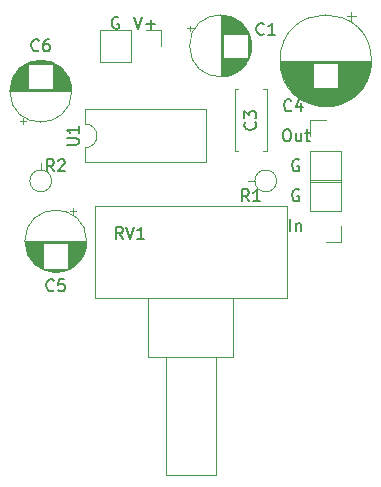
<source format=gbr>
%TF.GenerationSoftware,KiCad,Pcbnew,(6.0.7)*%
%TF.CreationDate,2022-11-20T23:08:14-05:00*%
%TF.ProjectId,LM386_Breakout,4c4d3338-365f-4427-9265-616b6f75742e,rev?*%
%TF.SameCoordinates,Original*%
%TF.FileFunction,Legend,Top*%
%TF.FilePolarity,Positive*%
%FSLAX46Y46*%
G04 Gerber Fmt 4.6, Leading zero omitted, Abs format (unit mm)*
G04 Created by KiCad (PCBNEW (6.0.7)) date 2022-11-20 23:08:14*
%MOMM*%
%LPD*%
G01*
G04 APERTURE LIST*
%ADD10C,0.150000*%
%ADD11C,0.120000*%
G04 APERTURE END LIST*
D10*
X169727619Y-131262380D02*
X169727619Y-130262380D01*
X170203809Y-130595714D02*
X170203809Y-131262380D01*
X170203809Y-130690952D02*
X170251428Y-130643333D01*
X170346666Y-130595714D01*
X170489523Y-130595714D01*
X170584761Y-130643333D01*
X170632380Y-130738571D01*
X170632380Y-131262380D01*
X170441904Y-127770000D02*
X170346666Y-127722380D01*
X170203809Y-127722380D01*
X170060952Y-127770000D01*
X169965714Y-127865238D01*
X169918095Y-127960476D01*
X169870476Y-128150952D01*
X169870476Y-128293809D01*
X169918095Y-128484285D01*
X169965714Y-128579523D01*
X170060952Y-128674761D01*
X170203809Y-128722380D01*
X170299047Y-128722380D01*
X170441904Y-128674761D01*
X170489523Y-128627142D01*
X170489523Y-128293809D01*
X170299047Y-128293809D01*
X170441904Y-125230000D02*
X170346666Y-125182380D01*
X170203809Y-125182380D01*
X170060952Y-125230000D01*
X169965714Y-125325238D01*
X169918095Y-125420476D01*
X169870476Y-125610952D01*
X169870476Y-125753809D01*
X169918095Y-125944285D01*
X169965714Y-126039523D01*
X170060952Y-126134761D01*
X170203809Y-126182380D01*
X170299047Y-126182380D01*
X170441904Y-126134761D01*
X170489523Y-126087142D01*
X170489523Y-125753809D01*
X170299047Y-125753809D01*
X169346666Y-122642380D02*
X169537142Y-122642380D01*
X169632380Y-122690000D01*
X169727619Y-122785238D01*
X169775238Y-122975714D01*
X169775238Y-123309047D01*
X169727619Y-123499523D01*
X169632380Y-123594761D01*
X169537142Y-123642380D01*
X169346666Y-123642380D01*
X169251428Y-123594761D01*
X169156190Y-123499523D01*
X169108571Y-123309047D01*
X169108571Y-122975714D01*
X169156190Y-122785238D01*
X169251428Y-122690000D01*
X169346666Y-122642380D01*
X170632380Y-122975714D02*
X170632380Y-123642380D01*
X170203809Y-122975714D02*
X170203809Y-123499523D01*
X170251428Y-123594761D01*
X170346666Y-123642380D01*
X170489523Y-123642380D01*
X170584761Y-123594761D01*
X170632380Y-123547142D01*
X170965714Y-122975714D02*
X171346666Y-122975714D01*
X171108571Y-122642380D02*
X171108571Y-123499523D01*
X171156190Y-123594761D01*
X171251428Y-123642380D01*
X171346666Y-123642380D01*
X155171904Y-113165000D02*
X155076666Y-113117380D01*
X154933809Y-113117380D01*
X154790952Y-113165000D01*
X154695714Y-113260238D01*
X154648095Y-113355476D01*
X154600476Y-113545952D01*
X154600476Y-113688809D01*
X154648095Y-113879285D01*
X154695714Y-113974523D01*
X154790952Y-114069761D01*
X154933809Y-114117380D01*
X155029047Y-114117380D01*
X155171904Y-114069761D01*
X155219523Y-114022142D01*
X155219523Y-113688809D01*
X155029047Y-113688809D01*
X156527619Y-113117380D02*
X156860952Y-114117380D01*
X157194285Y-113117380D01*
X157527619Y-113736428D02*
X158289523Y-113736428D01*
X157908571Y-114117380D02*
X157908571Y-113355476D01*
%TO.C,RV1*%
X155534761Y-131897380D02*
X155201428Y-131421190D01*
X154963333Y-131897380D02*
X154963333Y-130897380D01*
X155344285Y-130897380D01*
X155439523Y-130945000D01*
X155487142Y-130992619D01*
X155534761Y-131087857D01*
X155534761Y-131230714D01*
X155487142Y-131325952D01*
X155439523Y-131373571D01*
X155344285Y-131421190D01*
X154963333Y-131421190D01*
X155820476Y-130897380D02*
X156153809Y-131897380D01*
X156487142Y-130897380D01*
X157344285Y-131897380D02*
X156772857Y-131897380D01*
X157058571Y-131897380D02*
X157058571Y-130897380D01*
X156963333Y-131040238D01*
X156868095Y-131135476D01*
X156772857Y-131183095D01*
%TO.C,R2*%
X149693333Y-126182380D02*
X149360000Y-125706190D01*
X149121904Y-126182380D02*
X149121904Y-125182380D01*
X149502857Y-125182380D01*
X149598095Y-125230000D01*
X149645714Y-125277619D01*
X149693333Y-125372857D01*
X149693333Y-125515714D01*
X149645714Y-125610952D01*
X149598095Y-125658571D01*
X149502857Y-125706190D01*
X149121904Y-125706190D01*
X150074285Y-125277619D02*
X150121904Y-125230000D01*
X150217142Y-125182380D01*
X150455238Y-125182380D01*
X150550476Y-125230000D01*
X150598095Y-125277619D01*
X150645714Y-125372857D01*
X150645714Y-125468095D01*
X150598095Y-125610952D01*
X150026666Y-126182380D01*
X150645714Y-126182380D01*
%TO.C,R1*%
X166203333Y-128722380D02*
X165870000Y-128246190D01*
X165631904Y-128722380D02*
X165631904Y-127722380D01*
X166012857Y-127722380D01*
X166108095Y-127770000D01*
X166155714Y-127817619D01*
X166203333Y-127912857D01*
X166203333Y-128055714D01*
X166155714Y-128150952D01*
X166108095Y-128198571D01*
X166012857Y-128246190D01*
X165631904Y-128246190D01*
X167155714Y-128722380D02*
X166584285Y-128722380D01*
X166870000Y-128722380D02*
X166870000Y-127722380D01*
X166774761Y-127865238D01*
X166679523Y-127960476D01*
X166584285Y-128008095D01*
%TO.C,C4*%
X169801333Y-121007142D02*
X169753714Y-121054761D01*
X169610857Y-121102380D01*
X169515619Y-121102380D01*
X169372761Y-121054761D01*
X169277523Y-120959523D01*
X169229904Y-120864285D01*
X169182285Y-120673809D01*
X169182285Y-120530952D01*
X169229904Y-120340476D01*
X169277523Y-120245238D01*
X169372761Y-120150000D01*
X169515619Y-120102380D01*
X169610857Y-120102380D01*
X169753714Y-120150000D01*
X169801333Y-120197619D01*
X170658476Y-120435714D02*
X170658476Y-121102380D01*
X170420380Y-120054761D02*
X170182285Y-120769047D01*
X170801333Y-120769047D01*
%TO.C,C3*%
X166727142Y-122046666D02*
X166774761Y-122094285D01*
X166822380Y-122237142D01*
X166822380Y-122332380D01*
X166774761Y-122475238D01*
X166679523Y-122570476D01*
X166584285Y-122618095D01*
X166393809Y-122665714D01*
X166250952Y-122665714D01*
X166060476Y-122618095D01*
X165965238Y-122570476D01*
X165870000Y-122475238D01*
X165822380Y-122332380D01*
X165822380Y-122237142D01*
X165870000Y-122094285D01*
X165917619Y-122046666D01*
X165822380Y-121713333D02*
X165822380Y-121094285D01*
X166203333Y-121427619D01*
X166203333Y-121284761D01*
X166250952Y-121189523D01*
X166298571Y-121141904D01*
X166393809Y-121094285D01*
X166631904Y-121094285D01*
X166727142Y-121141904D01*
X166774761Y-121189523D01*
X166822380Y-121284761D01*
X166822380Y-121570476D01*
X166774761Y-121665714D01*
X166727142Y-121713333D01*
%TO.C,C5*%
X149693333Y-136247142D02*
X149645714Y-136294761D01*
X149502857Y-136342380D01*
X149407619Y-136342380D01*
X149264761Y-136294761D01*
X149169523Y-136199523D01*
X149121904Y-136104285D01*
X149074285Y-135913809D01*
X149074285Y-135770952D01*
X149121904Y-135580476D01*
X149169523Y-135485238D01*
X149264761Y-135390000D01*
X149407619Y-135342380D01*
X149502857Y-135342380D01*
X149645714Y-135390000D01*
X149693333Y-135437619D01*
X150598095Y-135342380D02*
X150121904Y-135342380D01*
X150074285Y-135818571D01*
X150121904Y-135770952D01*
X150217142Y-135723333D01*
X150455238Y-135723333D01*
X150550476Y-135770952D01*
X150598095Y-135818571D01*
X150645714Y-135913809D01*
X150645714Y-136151904D01*
X150598095Y-136247142D01*
X150550476Y-136294761D01*
X150455238Y-136342380D01*
X150217142Y-136342380D01*
X150121904Y-136294761D01*
X150074285Y-136247142D01*
%TO.C,U1*%
X150792380Y-123951904D02*
X151601904Y-123951904D01*
X151697142Y-123904285D01*
X151744761Y-123856666D01*
X151792380Y-123761428D01*
X151792380Y-123570952D01*
X151744761Y-123475714D01*
X151697142Y-123428095D01*
X151601904Y-123380476D01*
X150792380Y-123380476D01*
X151792380Y-122380476D02*
X151792380Y-122951904D01*
X151792380Y-122666190D02*
X150792380Y-122666190D01*
X150935238Y-122761428D01*
X151030476Y-122856666D01*
X151078095Y-122951904D01*
%TO.C,C1*%
X167473333Y-114544142D02*
X167425714Y-114591761D01*
X167282857Y-114639380D01*
X167187619Y-114639380D01*
X167044761Y-114591761D01*
X166949523Y-114496523D01*
X166901904Y-114401285D01*
X166854285Y-114210809D01*
X166854285Y-114067952D01*
X166901904Y-113877476D01*
X166949523Y-113782238D01*
X167044761Y-113687000D01*
X167187619Y-113639380D01*
X167282857Y-113639380D01*
X167425714Y-113687000D01*
X167473333Y-113734619D01*
X168425714Y-114639380D02*
X167854285Y-114639380D01*
X168140000Y-114639380D02*
X168140000Y-113639380D01*
X168044761Y-113782238D01*
X167949523Y-113877476D01*
X167854285Y-113925095D01*
%TO.C,C6*%
X148423333Y-115927142D02*
X148375714Y-115974761D01*
X148232857Y-116022380D01*
X148137619Y-116022380D01*
X147994761Y-115974761D01*
X147899523Y-115879523D01*
X147851904Y-115784285D01*
X147804285Y-115593809D01*
X147804285Y-115450952D01*
X147851904Y-115260476D01*
X147899523Y-115165238D01*
X147994761Y-115070000D01*
X148137619Y-115022380D01*
X148232857Y-115022380D01*
X148375714Y-115070000D01*
X148423333Y-115117619D01*
X149280476Y-115022380D02*
X149090000Y-115022380D01*
X148994761Y-115070000D01*
X148947142Y-115117619D01*
X148851904Y-115260476D01*
X148804285Y-115450952D01*
X148804285Y-115831904D01*
X148851904Y-115927142D01*
X148899523Y-115974761D01*
X148994761Y-116022380D01*
X149185238Y-116022380D01*
X149280476Y-115974761D01*
X149328095Y-115927142D01*
X149375714Y-115831904D01*
X149375714Y-115593809D01*
X149328095Y-115498571D01*
X149280476Y-115450952D01*
X149185238Y-115403333D01*
X148994761Y-115403333D01*
X148899523Y-115450952D01*
X148851904Y-115498571D01*
X148804285Y-115593809D01*
D11*
%TO.C,RV1*%
X157670000Y-136875000D02*
X157670000Y-141875000D01*
X169410000Y-136875000D02*
X153170000Y-136875000D01*
X153170000Y-129135000D02*
X153170000Y-136875000D01*
X159170000Y-141875000D02*
X159170000Y-151875000D01*
X164910000Y-136875000D02*
X164910000Y-141875000D01*
X164910000Y-141875000D02*
X157670000Y-141875000D01*
X163410000Y-151875000D02*
X159170000Y-151875000D01*
X163410000Y-141875000D02*
X159170000Y-141875000D01*
X163410000Y-141875000D02*
X163410000Y-151875000D01*
X164910000Y-136875000D02*
X157670000Y-136875000D01*
X169410000Y-129135000D02*
X169410000Y-136875000D01*
X169410000Y-129135000D02*
X153170000Y-129135000D01*
%TO.C,J1*%
X174050000Y-129540000D02*
X171390000Y-129540000D01*
X174050000Y-129540000D02*
X174050000Y-126940000D01*
X174050000Y-132140000D02*
X172720000Y-132140000D01*
X171390000Y-129540000D02*
X171390000Y-126940000D01*
X174050000Y-130810000D02*
X174050000Y-132140000D01*
X174050000Y-126940000D02*
X171390000Y-126940000D01*
%TO.C,R2*%
X149510000Y-127000000D02*
G75*
G03*
X149510000Y-127000000I-920000J0D01*
G01*
X148590000Y-126080000D02*
X148590000Y-125460000D01*
%TO.C,R1*%
X166720000Y-127000000D02*
X166100000Y-127000000D01*
X168560000Y-127000000D02*
G75*
G03*
X168560000Y-127000000I-920000J0D01*
G01*
%TO.C,C4*%
X176273000Y-118261000D02*
X173760000Y-118261000D01*
X176106000Y-118621000D02*
X173760000Y-118621000D01*
X171680000Y-117941000D02*
X169055000Y-117941000D01*
X176449000Y-117701000D02*
X173760000Y-117701000D01*
X176547000Y-116980000D02*
X168893000Y-116980000D01*
X171680000Y-118581000D02*
X169313000Y-118581000D01*
X176346000Y-118061000D02*
X173760000Y-118061000D01*
X175309000Y-119661000D02*
X170131000Y-119661000D01*
X174895000Y-112677789D02*
X174895000Y-113427789D01*
X175864000Y-119021000D02*
X173760000Y-119021000D01*
X171680000Y-118061000D02*
X169094000Y-118061000D01*
X176515000Y-117340000D02*
X173760000Y-117340000D01*
X176490000Y-117500000D02*
X173760000Y-117500000D01*
X176397000Y-117901000D02*
X173760000Y-117901000D01*
X175266000Y-119701000D02*
X170174000Y-119701000D01*
X176385000Y-117941000D02*
X173760000Y-117941000D01*
X175583000Y-119381000D02*
X169857000Y-119381000D01*
X171680000Y-119021000D02*
X169576000Y-119021000D01*
X174101000Y-120421000D02*
X171339000Y-120421000D01*
X174601000Y-120181000D02*
X170839000Y-120181000D01*
X176318000Y-118141000D02*
X173760000Y-118141000D01*
X175510000Y-119461000D02*
X169930000Y-119461000D01*
X176534000Y-117180000D02*
X173760000Y-117180000D01*
X176550000Y-116820000D02*
X168890000Y-116820000D01*
X175778000Y-119141000D02*
X169662000Y-119141000D01*
X176440000Y-117741000D02*
X173760000Y-117741000D01*
X176041000Y-118741000D02*
X173760000Y-118741000D01*
X176504000Y-117420000D02*
X173760000Y-117420000D01*
X176483000Y-117541000D02*
X173760000Y-117541000D01*
X171680000Y-117821000D02*
X169021000Y-117821000D01*
X171680000Y-117541000D02*
X168957000Y-117541000D01*
X171680000Y-117781000D02*
X169010000Y-117781000D01*
X171680000Y-118461000D02*
X169254000Y-118461000D01*
X171680000Y-118821000D02*
X169446000Y-118821000D01*
X176127000Y-118581000D02*
X173760000Y-118581000D01*
X176063000Y-118701000D02*
X173760000Y-118701000D01*
X171680000Y-118221000D02*
X169152000Y-118221000D01*
X174915000Y-119981000D02*
X170525000Y-119981000D01*
X171680000Y-117901000D02*
X169043000Y-117901000D01*
X171680000Y-118701000D02*
X169377000Y-118701000D01*
X176458000Y-117661000D02*
X173760000Y-117661000D01*
X173413000Y-120621000D02*
X172027000Y-120621000D01*
X171680000Y-118661000D02*
X169355000Y-118661000D01*
X176288000Y-118221000D02*
X173760000Y-118221000D01*
X171680000Y-118901000D02*
X169496000Y-118901000D01*
X171680000Y-117140000D02*
X168903000Y-117140000D01*
X175944000Y-118901000D02*
X173760000Y-118901000D01*
X171680000Y-117060000D02*
X168897000Y-117060000D01*
X173995000Y-120461000D02*
X171445000Y-120461000D01*
X176467000Y-117621000D02*
X173760000Y-117621000D01*
X175836000Y-119061000D02*
X173760000Y-119061000D01*
X176540000Y-117100000D02*
X173760000Y-117100000D01*
X174198000Y-120381000D02*
X171242000Y-120381000D01*
X171680000Y-118301000D02*
X169184000Y-118301000D01*
X176537000Y-117140000D02*
X173760000Y-117140000D01*
X171680000Y-117100000D02*
X168900000Y-117100000D01*
X171680000Y-118421000D02*
X169236000Y-118421000D01*
X175618000Y-119341000D02*
X169822000Y-119341000D01*
X176204000Y-118421000D02*
X173760000Y-118421000D01*
X175472000Y-119501000D02*
X169968000Y-119501000D01*
X171680000Y-118101000D02*
X169107000Y-118101000D01*
X171680000Y-118781000D02*
X169423000Y-118781000D01*
X176550000Y-116900000D02*
X168890000Y-116900000D01*
X171680000Y-117340000D02*
X168925000Y-117340000D01*
X176373000Y-117981000D02*
X173760000Y-117981000D01*
X176525000Y-117260000D02*
X173760000Y-117260000D01*
X171680000Y-117380000D02*
X168930000Y-117380000D01*
X174529000Y-120221000D02*
X170911000Y-120221000D01*
X175547000Y-119421000D02*
X169893000Y-119421000D01*
X176549000Y-116940000D02*
X168891000Y-116940000D01*
X176085000Y-118661000D02*
X173760000Y-118661000D01*
X176186000Y-118461000D02*
X173760000Y-118461000D01*
X174734000Y-120101000D02*
X170706000Y-120101000D01*
X173878000Y-120501000D02*
X171562000Y-120501000D01*
X175270000Y-113052789D02*
X174520000Y-113052789D01*
X175918000Y-118941000D02*
X173760000Y-118941000D01*
X171680000Y-117661000D02*
X168982000Y-117661000D01*
X176521000Y-117300000D02*
X173760000Y-117300000D01*
X175716000Y-119221000D02*
X169724000Y-119221000D01*
X176408000Y-117861000D02*
X173760000Y-117861000D01*
X171680000Y-118341000D02*
X169200000Y-118341000D01*
X176510000Y-117380000D02*
X173760000Y-117380000D01*
X171680000Y-118501000D02*
X169273000Y-118501000D01*
X175808000Y-119101000D02*
X173760000Y-119101000D01*
X175352000Y-119621000D02*
X170088000Y-119621000D01*
X174857000Y-120021000D02*
X170583000Y-120021000D01*
X175174000Y-119781000D02*
X170266000Y-119781000D01*
X176419000Y-117821000D02*
X173760000Y-117821000D01*
X173597000Y-120581000D02*
X171843000Y-120581000D01*
X175125000Y-119821000D02*
X170315000Y-119821000D01*
X176017000Y-118781000D02*
X173760000Y-118781000D01*
X171680000Y-117500000D02*
X168950000Y-117500000D01*
X176497000Y-117460000D02*
X173760000Y-117460000D01*
X176530000Y-117220000D02*
X173760000Y-117220000D01*
X175651000Y-119301000D02*
X169789000Y-119301000D01*
X175075000Y-119861000D02*
X170365000Y-119861000D01*
X171680000Y-118941000D02*
X169522000Y-118941000D01*
X171680000Y-117861000D02*
X169032000Y-117861000D01*
X171680000Y-118181000D02*
X169136000Y-118181000D01*
X176240000Y-118341000D02*
X173760000Y-118341000D01*
X171680000Y-119061000D02*
X169604000Y-119061000D01*
X171680000Y-119101000D02*
X169632000Y-119101000D01*
X175748000Y-119181000D02*
X169692000Y-119181000D01*
X171680000Y-117581000D02*
X168965000Y-117581000D01*
X176543000Y-117060000D02*
X173760000Y-117060000D01*
X171680000Y-117460000D02*
X168943000Y-117460000D01*
X176550000Y-116860000D02*
X168890000Y-116860000D01*
X171680000Y-118741000D02*
X169399000Y-118741000D01*
X171680000Y-117220000D02*
X168910000Y-117220000D01*
X171680000Y-118261000D02*
X169167000Y-118261000D01*
X176475000Y-117581000D02*
X173760000Y-117581000D01*
X175892000Y-118981000D02*
X173760000Y-118981000D01*
X174970000Y-119941000D02*
X170470000Y-119941000D01*
X171680000Y-117621000D02*
X168973000Y-117621000D01*
X171680000Y-118621000D02*
X169334000Y-118621000D01*
X174453000Y-120261000D02*
X170987000Y-120261000D01*
X174289000Y-120341000D02*
X171151000Y-120341000D01*
X175433000Y-119541000D02*
X170007000Y-119541000D01*
X173748000Y-120541000D02*
X171692000Y-120541000D01*
X175220000Y-119741000D02*
X170220000Y-119741000D01*
X176430000Y-117781000D02*
X173760000Y-117781000D01*
X171680000Y-117420000D02*
X168936000Y-117420000D01*
X176147000Y-118541000D02*
X173760000Y-118541000D01*
X171680000Y-117741000D02*
X169000000Y-117741000D01*
X171680000Y-118981000D02*
X169548000Y-118981000D01*
X176333000Y-118101000D02*
X173760000Y-118101000D01*
X173161000Y-120661000D02*
X172279000Y-120661000D01*
X171680000Y-118541000D02*
X169293000Y-118541000D01*
X175024000Y-119901000D02*
X170416000Y-119901000D01*
X176360000Y-118021000D02*
X173760000Y-118021000D01*
X171680000Y-118021000D02*
X169080000Y-118021000D01*
X176545000Y-117020000D02*
X168895000Y-117020000D01*
X176167000Y-118501000D02*
X173760000Y-118501000D01*
X175969000Y-118861000D02*
X173760000Y-118861000D01*
X175684000Y-119261000D02*
X169756000Y-119261000D01*
X171680000Y-118381000D02*
X169218000Y-118381000D01*
X171680000Y-117300000D02*
X168919000Y-117300000D01*
X171680000Y-117981000D02*
X169067000Y-117981000D01*
X176304000Y-118181000D02*
X173760000Y-118181000D01*
X174669000Y-120141000D02*
X170771000Y-120141000D01*
X174374000Y-120301000D02*
X171066000Y-120301000D01*
X171680000Y-118861000D02*
X169471000Y-118861000D01*
X171680000Y-117180000D02*
X168906000Y-117180000D01*
X171680000Y-117701000D02*
X168991000Y-117701000D01*
X174797000Y-120061000D02*
X170643000Y-120061000D01*
X175994000Y-118821000D02*
X173760000Y-118821000D01*
X176222000Y-118381000D02*
X173760000Y-118381000D01*
X176256000Y-118301000D02*
X173760000Y-118301000D01*
X175393000Y-119581000D02*
X170047000Y-119581000D01*
X171680000Y-118141000D02*
X169122000Y-118141000D01*
X171680000Y-117260000D02*
X168915000Y-117260000D01*
X176590000Y-116820000D02*
G75*
G03*
X176590000Y-116820000I-3870000J0D01*
G01*
%TO.C,C3*%
X167740000Y-124500000D02*
X167425000Y-124500000D01*
X165315000Y-119260000D02*
X165000000Y-119260000D01*
X167740000Y-119260000D02*
X167425000Y-119260000D01*
X167740000Y-119260000D02*
X167740000Y-124500000D01*
X165000000Y-119260000D02*
X165000000Y-124500000D01*
X165315000Y-124500000D02*
X165000000Y-124500000D01*
%TO.C,C5*%
X148820000Y-133981000D02*
X148075000Y-133981000D01*
X152225000Y-133141000D02*
X150900000Y-133141000D01*
X150958000Y-134461000D02*
X148762000Y-134461000D01*
X150144000Y-134701000D02*
X149576000Y-134701000D01*
X148820000Y-132981000D02*
X147432000Y-132981000D01*
X152396000Y-132580000D02*
X150900000Y-132580000D01*
X150871000Y-134501000D02*
X148849000Y-134501000D01*
X148820000Y-132540000D02*
X147317000Y-132540000D01*
X148820000Y-132580000D02*
X147324000Y-132580000D01*
X152084000Y-133421000D02*
X150900000Y-133421000D01*
X152361000Y-132740000D02*
X150900000Y-132740000D01*
X151513000Y-134101000D02*
X150900000Y-134101000D01*
X152107000Y-133381000D02*
X150900000Y-133381000D01*
X152274000Y-133021000D02*
X150900000Y-133021000D01*
X148820000Y-133701000D02*
X147825000Y-133701000D01*
X150537000Y-134621000D02*
X149183000Y-134621000D01*
X152315000Y-132901000D02*
X150900000Y-132901000D01*
X148820000Y-134341000D02*
X148541000Y-134341000D01*
X148820000Y-134221000D02*
X148360000Y-134221000D01*
X148820000Y-132901000D02*
X147405000Y-132901000D01*
X151559000Y-134061000D02*
X150900000Y-134061000D01*
X148820000Y-132460000D02*
X147304000Y-132460000D01*
X151831000Y-133781000D02*
X150900000Y-133781000D01*
X152128000Y-133341000D02*
X150900000Y-133341000D01*
X151761000Y-133861000D02*
X150900000Y-133861000D01*
X151895000Y-133701000D02*
X150900000Y-133701000D01*
X152258000Y-133061000D02*
X150900000Y-133061000D01*
X148820000Y-133141000D02*
X147495000Y-133141000D01*
X151465000Y-134141000D02*
X150900000Y-134141000D01*
X148820000Y-133381000D02*
X147613000Y-133381000D01*
X152388000Y-132620000D02*
X150900000Y-132620000D01*
X148820000Y-133581000D02*
X147738000Y-133581000D01*
X148820000Y-133341000D02*
X147592000Y-133341000D01*
X151585000Y-129545225D02*
X151085000Y-129545225D01*
X148820000Y-133421000D02*
X147636000Y-133421000D01*
X152403000Y-132540000D02*
X150900000Y-132540000D01*
X152288000Y-132981000D02*
X150900000Y-132981000D01*
X152242000Y-133101000D02*
X150900000Y-133101000D01*
X148820000Y-133821000D02*
X147923000Y-133821000D01*
X151038000Y-134421000D02*
X148682000Y-134421000D01*
X148820000Y-132941000D02*
X147418000Y-132941000D01*
X148820000Y-133301000D02*
X147570000Y-133301000D01*
X148820000Y-133901000D02*
X147996000Y-133901000D01*
X152438000Y-132220000D02*
X147282000Y-132220000D01*
X152371000Y-132700000D02*
X150900000Y-132700000D01*
X148820000Y-132500000D02*
X147310000Y-132500000D01*
X148820000Y-133621000D02*
X147765000Y-133621000D01*
X152170000Y-133261000D02*
X150900000Y-133261000D01*
X148820000Y-132861000D02*
X147392000Y-132861000D01*
X152340000Y-132821000D02*
X150900000Y-132821000D01*
X148820000Y-132821000D02*
X147380000Y-132821000D01*
X151414000Y-134181000D02*
X150900000Y-134181000D01*
X148820000Y-134061000D02*
X148161000Y-134061000D01*
X148820000Y-133221000D02*
X147531000Y-133221000D01*
X148820000Y-134101000D02*
X148207000Y-134101000D01*
X148820000Y-133861000D02*
X147959000Y-133861000D01*
X148820000Y-133781000D02*
X147889000Y-133781000D01*
X151179000Y-134341000D02*
X150900000Y-134341000D01*
X148820000Y-132740000D02*
X147359000Y-132740000D01*
X151111000Y-134381000D02*
X150900000Y-134381000D01*
X151360000Y-134221000D02*
X150900000Y-134221000D01*
X148820000Y-133501000D02*
X147685000Y-133501000D01*
X148820000Y-133461000D02*
X147660000Y-133461000D01*
X152060000Y-133461000D02*
X150900000Y-133461000D01*
X152351000Y-132780000D02*
X150900000Y-132780000D01*
X151982000Y-133581000D02*
X150900000Y-133581000D01*
X148820000Y-132700000D02*
X147349000Y-132700000D01*
X151303000Y-134261000D02*
X150900000Y-134261000D01*
X150775000Y-134541000D02*
X148945000Y-134541000D01*
X148820000Y-134261000D02*
X148417000Y-134261000D01*
X148820000Y-132420000D02*
X147299000Y-132420000D01*
X152009000Y-133541000D02*
X150900000Y-133541000D01*
X152150000Y-133301000D02*
X150900000Y-133301000D01*
X151686000Y-133941000D02*
X150900000Y-133941000D01*
X151797000Y-133821000D02*
X150900000Y-133821000D01*
X152429000Y-132340000D02*
X150900000Y-132340000D01*
X151335000Y-129295225D02*
X151335000Y-129795225D01*
X152439000Y-132180000D02*
X147281000Y-132180000D01*
X148820000Y-133061000D02*
X147462000Y-133061000D01*
X148820000Y-134021000D02*
X148117000Y-134021000D01*
X148820000Y-133021000D02*
X147446000Y-133021000D01*
X150665000Y-134581000D02*
X149055000Y-134581000D01*
X152416000Y-132460000D02*
X150900000Y-132460000D01*
X148820000Y-134181000D02*
X148306000Y-134181000D01*
X152302000Y-132941000D02*
X150900000Y-132941000D01*
X148820000Y-134381000D02*
X148609000Y-134381000D01*
X148820000Y-133741000D02*
X147856000Y-133741000D01*
X148820000Y-132780000D02*
X147369000Y-132780000D01*
X148820000Y-132620000D02*
X147332000Y-132620000D01*
X151864000Y-133741000D02*
X150900000Y-133741000D01*
X148820000Y-132660000D02*
X147340000Y-132660000D01*
X152380000Y-132660000D02*
X150900000Y-132660000D01*
X148820000Y-133941000D02*
X148034000Y-133941000D01*
X151925000Y-133661000D02*
X150900000Y-133661000D01*
X151724000Y-133901000D02*
X150900000Y-133901000D01*
X152440000Y-132100000D02*
X147280000Y-132100000D01*
X148820000Y-133261000D02*
X147550000Y-133261000D01*
X148820000Y-134141000D02*
X148255000Y-134141000D01*
X152436000Y-132260000D02*
X147284000Y-132260000D01*
X148820000Y-133541000D02*
X147711000Y-133541000D01*
X148820000Y-133661000D02*
X147795000Y-133661000D01*
X150378000Y-134661000D02*
X149342000Y-134661000D01*
X148820000Y-132380000D02*
X147295000Y-132380000D01*
X151243000Y-134301000D02*
X150900000Y-134301000D01*
X152425000Y-132380000D02*
X150900000Y-132380000D01*
X151645000Y-133981000D02*
X150900000Y-133981000D01*
X152410000Y-132500000D02*
X150900000Y-132500000D01*
X152328000Y-132861000D02*
X150900000Y-132861000D01*
X152189000Y-133221000D02*
X150900000Y-133221000D01*
X148820000Y-134301000D02*
X148477000Y-134301000D01*
X152440000Y-132140000D02*
X147280000Y-132140000D01*
X148820000Y-133101000D02*
X147478000Y-133101000D01*
X148820000Y-133181000D02*
X147512000Y-133181000D01*
X151603000Y-134021000D02*
X150900000Y-134021000D01*
X152433000Y-132300000D02*
X147287000Y-132300000D01*
X152208000Y-133181000D02*
X150900000Y-133181000D01*
X151955000Y-133621000D02*
X150900000Y-133621000D01*
X148820000Y-132340000D02*
X147291000Y-132340000D01*
X152421000Y-132420000D02*
X150900000Y-132420000D01*
X152035000Y-133501000D02*
X150900000Y-133501000D01*
X152480000Y-132100000D02*
G75*
G03*
X152480000Y-132100000I-2620000J0D01*
G01*
%TO.C,J2*%
X171390000Y-123190000D02*
X171390000Y-121860000D01*
X171390000Y-124460000D02*
X171390000Y-127060000D01*
X174050000Y-124460000D02*
X174050000Y-127060000D01*
X171390000Y-127060000D02*
X174050000Y-127060000D01*
X171390000Y-121860000D02*
X172720000Y-121860000D01*
X171390000Y-124460000D02*
X174050000Y-124460000D01*
%TO.C,J3*%
X158810000Y-114240000D02*
X158810000Y-115570000D01*
X156210000Y-114240000D02*
X153610000Y-114240000D01*
X156210000Y-116900000D02*
X153610000Y-116900000D01*
X156210000Y-114240000D02*
X156210000Y-116900000D01*
X157480000Y-114240000D02*
X158810000Y-114240000D01*
X153610000Y-114240000D02*
X153610000Y-116900000D01*
%TO.C,U1*%
X152340000Y-125440000D02*
X162620000Y-125440000D01*
X162620000Y-125440000D02*
X162620000Y-120940000D01*
X162620000Y-120940000D02*
X152340000Y-120940000D01*
X152340000Y-124190000D02*
X152340000Y-125440000D01*
X152340000Y-120940000D02*
X152340000Y-122190000D01*
X152340000Y-124190000D02*
G75*
G03*
X152340000Y-122190000I0J1000000D01*
G01*
%TO.C,C1*%
X164731000Y-116610000D02*
X164731000Y-117984000D01*
X165451000Y-113566000D02*
X165451000Y-114530000D01*
X164851000Y-113205000D02*
X164851000Y-114530000D01*
X166051000Y-116610000D02*
X166051000Y-116889000D01*
X164931000Y-113241000D02*
X164931000Y-114530000D01*
X165891000Y-114016000D02*
X165891000Y-114530000D01*
X165771000Y-113871000D02*
X165771000Y-114530000D01*
X163930000Y-112992000D02*
X163930000Y-118148000D01*
X164651000Y-116610000D02*
X164651000Y-118012000D01*
X164891000Y-116610000D02*
X164891000Y-117918000D01*
X164851000Y-116610000D02*
X164851000Y-117935000D01*
X166011000Y-116610000D02*
X166011000Y-116953000D01*
X166131000Y-114392000D02*
X166131000Y-116748000D01*
X165371000Y-113505000D02*
X165371000Y-114530000D01*
X164050000Y-116610000D02*
X164050000Y-118139000D01*
X164090000Y-113005000D02*
X164090000Y-114530000D01*
X164651000Y-113128000D02*
X164651000Y-114530000D01*
X165491000Y-113599000D02*
X165491000Y-114530000D01*
X166091000Y-116610000D02*
X166091000Y-116821000D01*
X164410000Y-116610000D02*
X164410000Y-118081000D01*
X164170000Y-113014000D02*
X164170000Y-114530000D01*
X164250000Y-113027000D02*
X164250000Y-114530000D01*
X164611000Y-113115000D02*
X164611000Y-114530000D01*
X164330000Y-116610000D02*
X164330000Y-118098000D01*
X165691000Y-113785000D02*
X165691000Y-114530000D01*
X164490000Y-116610000D02*
X164490000Y-118061000D01*
X165851000Y-113965000D02*
X165851000Y-114530000D01*
X165491000Y-116610000D02*
X165491000Y-117541000D01*
X165451000Y-116610000D02*
X165451000Y-117574000D01*
X165171000Y-116610000D02*
X165171000Y-117770000D01*
X165291000Y-116610000D02*
X165291000Y-117692000D01*
X164130000Y-113009000D02*
X164130000Y-114530000D01*
X165891000Y-116610000D02*
X165891000Y-117124000D01*
X165331000Y-116610000D02*
X165331000Y-117665000D01*
X166091000Y-114319000D02*
X166091000Y-114530000D01*
X164290000Y-116610000D02*
X164290000Y-118106000D01*
X165811000Y-116610000D02*
X165811000Y-117223000D01*
X165931000Y-114070000D02*
X165931000Y-114530000D01*
X165931000Y-116610000D02*
X165931000Y-117070000D01*
X165691000Y-116610000D02*
X165691000Y-117355000D01*
X164170000Y-116610000D02*
X164170000Y-118126000D01*
X163970000Y-112994000D02*
X163970000Y-118146000D01*
X163810000Y-112990000D02*
X163810000Y-118150000D01*
X165651000Y-113744000D02*
X165651000Y-114530000D01*
X165051000Y-113302000D02*
X165051000Y-114530000D01*
X164370000Y-116610000D02*
X164370000Y-118090000D01*
X165211000Y-116610000D02*
X165211000Y-117745000D01*
X166331000Y-114893000D02*
X166331000Y-116247000D01*
X164130000Y-116610000D02*
X164130000Y-118131000D01*
X165611000Y-113706000D02*
X165611000Y-114530000D01*
X164531000Y-116610000D02*
X164531000Y-118050000D01*
X164330000Y-113042000D02*
X164330000Y-114530000D01*
X165371000Y-116610000D02*
X165371000Y-117635000D01*
X165731000Y-116610000D02*
X165731000Y-117313000D01*
X166211000Y-114559000D02*
X166211000Y-116581000D01*
X165651000Y-116610000D02*
X165651000Y-117396000D01*
X165571000Y-113669000D02*
X165571000Y-114530000D01*
X165971000Y-116610000D02*
X165971000Y-117013000D01*
X166051000Y-114251000D02*
X166051000Y-114530000D01*
X165731000Y-113827000D02*
X165731000Y-114530000D01*
X164490000Y-113079000D02*
X164490000Y-114530000D01*
X165291000Y-113448000D02*
X165291000Y-114530000D01*
X165091000Y-113323000D02*
X165091000Y-114530000D01*
X165531000Y-113633000D02*
X165531000Y-114530000D01*
X163850000Y-112990000D02*
X163850000Y-118150000D01*
X165011000Y-113280000D02*
X165011000Y-114530000D01*
X166011000Y-114187000D02*
X166011000Y-114530000D01*
X165051000Y-116610000D02*
X165051000Y-117838000D01*
X164571000Y-116610000D02*
X164571000Y-118038000D01*
X165971000Y-114127000D02*
X165971000Y-114530000D01*
X165771000Y-116610000D02*
X165771000Y-117269000D01*
X165531000Y-116610000D02*
X165531000Y-117507000D01*
X164531000Y-113090000D02*
X164531000Y-114530000D01*
X165091000Y-116610000D02*
X165091000Y-117817000D01*
X164891000Y-113222000D02*
X164891000Y-114530000D01*
X164571000Y-113102000D02*
X164571000Y-114530000D01*
X166371000Y-115052000D02*
X166371000Y-116088000D01*
X164931000Y-116610000D02*
X164931000Y-117899000D01*
X165411000Y-116610000D02*
X165411000Y-117605000D01*
X164250000Y-116610000D02*
X164250000Y-118113000D01*
X164731000Y-113156000D02*
X164731000Y-114530000D01*
X163890000Y-112991000D02*
X163890000Y-118149000D01*
X164811000Y-116610000D02*
X164811000Y-117952000D01*
X161255225Y-113845000D02*
X161255225Y-114345000D01*
X164370000Y-113050000D02*
X164370000Y-114530000D01*
X165251000Y-113421000D02*
X165251000Y-114530000D01*
X165851000Y-116610000D02*
X165851000Y-117175000D01*
X164290000Y-113034000D02*
X164290000Y-114530000D01*
X165131000Y-116610000D02*
X165131000Y-117794000D01*
X165571000Y-116610000D02*
X165571000Y-117471000D01*
X164450000Y-113069000D02*
X164450000Y-114530000D01*
X164971000Y-113260000D02*
X164971000Y-114530000D01*
X164210000Y-116610000D02*
X164210000Y-118120000D01*
X166411000Y-115286000D02*
X166411000Y-115854000D01*
X165211000Y-113395000D02*
X165211000Y-114530000D01*
X166251000Y-114655000D02*
X166251000Y-116485000D01*
X165011000Y-116610000D02*
X165011000Y-117860000D01*
X165411000Y-113535000D02*
X165411000Y-114530000D01*
X166291000Y-114765000D02*
X166291000Y-116375000D01*
X164010000Y-112997000D02*
X164010000Y-118143000D01*
X164210000Y-113020000D02*
X164210000Y-114530000D01*
X164050000Y-113001000D02*
X164050000Y-114530000D01*
X164771000Y-116610000D02*
X164771000Y-117968000D01*
X164410000Y-113059000D02*
X164410000Y-114530000D01*
X165171000Y-113370000D02*
X165171000Y-114530000D01*
X165331000Y-113475000D02*
X165331000Y-114530000D01*
X166171000Y-114472000D02*
X166171000Y-116668000D01*
X164811000Y-113188000D02*
X164811000Y-114530000D01*
X165131000Y-113346000D02*
X165131000Y-114530000D01*
X164090000Y-116610000D02*
X164090000Y-118135000D01*
X165611000Y-116610000D02*
X165611000Y-117434000D01*
X165251000Y-116610000D02*
X165251000Y-117719000D01*
X165811000Y-113917000D02*
X165811000Y-114530000D01*
X161005225Y-114095000D02*
X161505225Y-114095000D01*
X164971000Y-116610000D02*
X164971000Y-117880000D01*
X164450000Y-116610000D02*
X164450000Y-118071000D01*
X164691000Y-116610000D02*
X164691000Y-117998000D01*
X164691000Y-113142000D02*
X164691000Y-114530000D01*
X164771000Y-113172000D02*
X164771000Y-114530000D01*
X164611000Y-116610000D02*
X164611000Y-118025000D01*
X166430000Y-115570000D02*
G75*
G03*
X166430000Y-115570000I-2620000J0D01*
G01*
%TO.C,C6*%
X149630000Y-117359000D02*
X150195000Y-117359000D01*
X149630000Y-117919000D02*
X150712000Y-117919000D01*
X146099000Y-118720000D02*
X147550000Y-118720000D01*
X149630000Y-117439000D02*
X150289000Y-117439000D01*
X146034000Y-119040000D02*
X147550000Y-119040000D01*
X149630000Y-119040000D02*
X151146000Y-119040000D01*
X146985000Y-117359000D02*
X147550000Y-117359000D01*
X146441000Y-117959000D02*
X147550000Y-117959000D01*
X146390000Y-118039000D02*
X147550000Y-118039000D01*
X146011000Y-119320000D02*
X151169000Y-119320000D01*
X146280000Y-118239000D02*
X147550000Y-118239000D01*
X149630000Y-118319000D02*
X150938000Y-118319000D01*
X147579000Y-116999000D02*
X149601000Y-116999000D01*
X147675000Y-116959000D02*
X149505000Y-116959000D01*
X149630000Y-118880000D02*
X151118000Y-118880000D01*
X149630000Y-119160000D02*
X151159000Y-119160000D01*
X146495000Y-117879000D02*
X147550000Y-117879000D01*
X146322000Y-118159000D02*
X147550000Y-118159000D01*
X148072000Y-116839000D02*
X149108000Y-116839000D01*
X149630000Y-117479000D02*
X150333000Y-117479000D01*
X149630000Y-118920000D02*
X151126000Y-118920000D01*
X149630000Y-119080000D02*
X151151000Y-119080000D01*
X149630000Y-117999000D02*
X150765000Y-117999000D01*
X147147000Y-117239000D02*
X147550000Y-117239000D01*
X146208000Y-118399000D02*
X147550000Y-118399000D01*
X149630000Y-118599000D02*
X151045000Y-118599000D01*
X146865000Y-121954775D02*
X147365000Y-121954775D01*
X147785000Y-116919000D02*
X149395000Y-116919000D01*
X146525000Y-117839000D02*
X147550000Y-117839000D01*
X149630000Y-117199000D02*
X149973000Y-117199000D01*
X149630000Y-118760000D02*
X151091000Y-118760000D01*
X149630000Y-118439000D02*
X150988000Y-118439000D01*
X149630000Y-117119000D02*
X149841000Y-117119000D01*
X146300000Y-118199000D02*
X147550000Y-118199000D01*
X146343000Y-118119000D02*
X147550000Y-118119000D01*
X149630000Y-118679000D02*
X151070000Y-118679000D01*
X146555000Y-117799000D02*
X147550000Y-117799000D01*
X146025000Y-119120000D02*
X147550000Y-119120000D01*
X149630000Y-117239000D02*
X150033000Y-117239000D01*
X146176000Y-118479000D02*
X147550000Y-118479000D01*
X147913000Y-116879000D02*
X149267000Y-116879000D01*
X146010000Y-119400000D02*
X151170000Y-119400000D01*
X146225000Y-118359000D02*
X147550000Y-118359000D01*
X146689000Y-117639000D02*
X147550000Y-117639000D01*
X149630000Y-118720000D02*
X151081000Y-118720000D01*
X147036000Y-117319000D02*
X147550000Y-117319000D01*
X149630000Y-117399000D02*
X150243000Y-117399000D01*
X146089000Y-118760000D02*
X147550000Y-118760000D01*
X149630000Y-117759000D02*
X150594000Y-117759000D01*
X149630000Y-118399000D02*
X150972000Y-118399000D01*
X148306000Y-116799000D02*
X148874000Y-116799000D01*
X149630000Y-118159000D02*
X150858000Y-118159000D01*
X147207000Y-117199000D02*
X147550000Y-117199000D01*
X149630000Y-117279000D02*
X150090000Y-117279000D01*
X146012000Y-119280000D02*
X151168000Y-119280000D01*
X146079000Y-118800000D02*
X147550000Y-118800000D01*
X147339000Y-117119000D02*
X147550000Y-117119000D01*
X149630000Y-118960000D02*
X151133000Y-118960000D01*
X146135000Y-118599000D02*
X147550000Y-118599000D01*
X149630000Y-118079000D02*
X150814000Y-118079000D01*
X149630000Y-119120000D02*
X151155000Y-119120000D01*
X146047000Y-118960000D02*
X147550000Y-118960000D01*
X149630000Y-117519000D02*
X150375000Y-117519000D01*
X146029000Y-119080000D02*
X147550000Y-119080000D01*
X149630000Y-118519000D02*
X151018000Y-118519000D01*
X146847000Y-117479000D02*
X147550000Y-117479000D01*
X146586000Y-117759000D02*
X147550000Y-117759000D01*
X149630000Y-117599000D02*
X150454000Y-117599000D01*
X149630000Y-118199000D02*
X150880000Y-118199000D01*
X146653000Y-117679000D02*
X147550000Y-117679000D01*
X146148000Y-118559000D02*
X147550000Y-118559000D01*
X146017000Y-119200000D02*
X151163000Y-119200000D01*
X149630000Y-117639000D02*
X150491000Y-117639000D01*
X149630000Y-117319000D02*
X150144000Y-117319000D01*
X146366000Y-118079000D02*
X147550000Y-118079000D01*
X146242000Y-118319000D02*
X147550000Y-118319000D01*
X146619000Y-117719000D02*
X147550000Y-117719000D01*
X146261000Y-118279000D02*
X147550000Y-118279000D01*
X146122000Y-118639000D02*
X147550000Y-118639000D01*
X149630000Y-117839000D02*
X150655000Y-117839000D01*
X146062000Y-118880000D02*
X147550000Y-118880000D01*
X149630000Y-118119000D02*
X150837000Y-118119000D01*
X146764000Y-117559000D02*
X147550000Y-117559000D01*
X149630000Y-117159000D02*
X149909000Y-117159000D01*
X149630000Y-117879000D02*
X150685000Y-117879000D01*
X149630000Y-118279000D02*
X150919000Y-118279000D01*
X146054000Y-118920000D02*
X147550000Y-118920000D01*
X146468000Y-117919000D02*
X147550000Y-117919000D01*
X146192000Y-118439000D02*
X147550000Y-118439000D01*
X149630000Y-118840000D02*
X151110000Y-118840000D01*
X146070000Y-118840000D02*
X147550000Y-118840000D01*
X149630000Y-118039000D02*
X150790000Y-118039000D01*
X147271000Y-117159000D02*
X147550000Y-117159000D01*
X149630000Y-117719000D02*
X150561000Y-117719000D01*
X149630000Y-117559000D02*
X150416000Y-117559000D01*
X147090000Y-117279000D02*
X147550000Y-117279000D01*
X146726000Y-117599000D02*
X147550000Y-117599000D01*
X146162000Y-118519000D02*
X147550000Y-118519000D01*
X146040000Y-119000000D02*
X147550000Y-119000000D01*
X146937000Y-117399000D02*
X147550000Y-117399000D01*
X149630000Y-117799000D02*
X150625000Y-117799000D01*
X146010000Y-119360000D02*
X151170000Y-119360000D01*
X146415000Y-117999000D02*
X147550000Y-117999000D01*
X149630000Y-119000000D02*
X151140000Y-119000000D01*
X149630000Y-118639000D02*
X151058000Y-118639000D01*
X146805000Y-117519000D02*
X147550000Y-117519000D01*
X147412000Y-117079000D02*
X149768000Y-117079000D01*
X149630000Y-118359000D02*
X150955000Y-118359000D01*
X147115000Y-122204775D02*
X147115000Y-121704775D01*
X149630000Y-118479000D02*
X151004000Y-118479000D01*
X146021000Y-119160000D02*
X147550000Y-119160000D01*
X149630000Y-117679000D02*
X150527000Y-117679000D01*
X149630000Y-118800000D02*
X151101000Y-118800000D01*
X149630000Y-118239000D02*
X150900000Y-118239000D01*
X146891000Y-117439000D02*
X147550000Y-117439000D01*
X146110000Y-118679000D02*
X147550000Y-118679000D01*
X146014000Y-119240000D02*
X151166000Y-119240000D01*
X149630000Y-117959000D02*
X150739000Y-117959000D01*
X149630000Y-118559000D02*
X151032000Y-118559000D01*
X147492000Y-117039000D02*
X149688000Y-117039000D01*
X151210000Y-119400000D02*
G75*
G03*
X151210000Y-119400000I-2620000J0D01*
G01*
%TD*%
M02*

</source>
